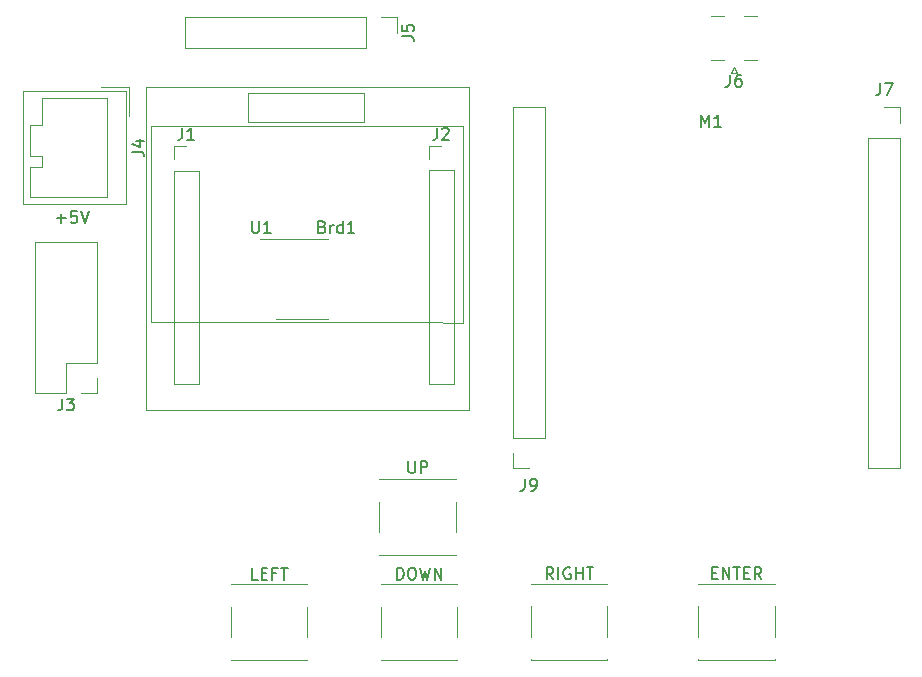
<source format=gbr>
%TF.GenerationSoftware,KiCad,Pcbnew,7.0.9*%
%TF.CreationDate,2025-10-08T14:44:38+03:00*%
%TF.ProjectId,signalgenerator-rounded,7369676e-616c-4676-956e-657261746f72,rev?*%
%TF.SameCoordinates,Original*%
%TF.FileFunction,Legend,Top*%
%TF.FilePolarity,Positive*%
%FSLAX46Y46*%
G04 Gerber Fmt 4.6, Leading zero omitted, Abs format (unit mm)*
G04 Created by KiCad (PCBNEW 7.0.9) date 2025-10-08 14:44:38*
%MOMM*%
%LPD*%
G01*
G04 APERTURE LIST*
%ADD10C,0.150000*%
%ADD11C,0.120000*%
G04 APERTURE END LIST*
D10*
X27133779Y-41144866D02*
X27895684Y-41144866D01*
X27514731Y-41525819D02*
X27514731Y-40763914D01*
X28848064Y-40525819D02*
X28371874Y-40525819D01*
X28371874Y-40525819D02*
X28324255Y-41002009D01*
X28324255Y-41002009D02*
X28371874Y-40954390D01*
X28371874Y-40954390D02*
X28467112Y-40906771D01*
X28467112Y-40906771D02*
X28705207Y-40906771D01*
X28705207Y-40906771D02*
X28800445Y-40954390D01*
X28800445Y-40954390D02*
X28848064Y-41002009D01*
X28848064Y-41002009D02*
X28895683Y-41097247D01*
X28895683Y-41097247D02*
X28895683Y-41335342D01*
X28895683Y-41335342D02*
X28848064Y-41430580D01*
X28848064Y-41430580D02*
X28800445Y-41478200D01*
X28800445Y-41478200D02*
X28705207Y-41525819D01*
X28705207Y-41525819D02*
X28467112Y-41525819D01*
X28467112Y-41525819D02*
X28371874Y-41478200D01*
X28371874Y-41478200D02*
X28324255Y-41430580D01*
X29181398Y-40525819D02*
X29514731Y-41525819D01*
X29514731Y-41525819D02*
X29848064Y-40525819D01*
X43688095Y-41364819D02*
X43688095Y-42174342D01*
X43688095Y-42174342D02*
X43735714Y-42269580D01*
X43735714Y-42269580D02*
X43783333Y-42317200D01*
X43783333Y-42317200D02*
X43878571Y-42364819D01*
X43878571Y-42364819D02*
X44069047Y-42364819D01*
X44069047Y-42364819D02*
X44164285Y-42317200D01*
X44164285Y-42317200D02*
X44211904Y-42269580D01*
X44211904Y-42269580D02*
X44259523Y-42174342D01*
X44259523Y-42174342D02*
X44259523Y-41364819D01*
X45259523Y-42364819D02*
X44688095Y-42364819D01*
X44973809Y-42364819D02*
X44973809Y-41364819D01*
X44973809Y-41364819D02*
X44878571Y-41507676D01*
X44878571Y-41507676D02*
X44783333Y-41602914D01*
X44783333Y-41602914D02*
X44688095Y-41650533D01*
X56394819Y-25733333D02*
X57109104Y-25733333D01*
X57109104Y-25733333D02*
X57251961Y-25780952D01*
X57251961Y-25780952D02*
X57347200Y-25876190D01*
X57347200Y-25876190D02*
X57394819Y-26019047D01*
X57394819Y-26019047D02*
X57394819Y-26114285D01*
X56394819Y-24780952D02*
X56394819Y-25257142D01*
X56394819Y-25257142D02*
X56871009Y-25304761D01*
X56871009Y-25304761D02*
X56823390Y-25257142D01*
X56823390Y-25257142D02*
X56775771Y-25161904D01*
X56775771Y-25161904D02*
X56775771Y-24923809D01*
X56775771Y-24923809D02*
X56823390Y-24828571D01*
X56823390Y-24828571D02*
X56871009Y-24780952D01*
X56871009Y-24780952D02*
X56966247Y-24733333D01*
X56966247Y-24733333D02*
X57204342Y-24733333D01*
X57204342Y-24733333D02*
X57299580Y-24780952D01*
X57299580Y-24780952D02*
X57347200Y-24828571D01*
X57347200Y-24828571D02*
X57394819Y-24923809D01*
X57394819Y-24923809D02*
X57394819Y-25161904D01*
X57394819Y-25161904D02*
X57347200Y-25257142D01*
X57347200Y-25257142D02*
X57299580Y-25304761D01*
X82629071Y-71162009D02*
X82962404Y-71162009D01*
X83105261Y-71685819D02*
X82629071Y-71685819D01*
X82629071Y-71685819D02*
X82629071Y-70685819D01*
X82629071Y-70685819D02*
X83105261Y-70685819D01*
X83533833Y-71685819D02*
X83533833Y-70685819D01*
X83533833Y-70685819D02*
X84105261Y-71685819D01*
X84105261Y-71685819D02*
X84105261Y-70685819D01*
X84438595Y-70685819D02*
X85010023Y-70685819D01*
X84724309Y-71685819D02*
X84724309Y-70685819D01*
X85343357Y-71162009D02*
X85676690Y-71162009D01*
X85819547Y-71685819D02*
X85343357Y-71685819D01*
X85343357Y-71685819D02*
X85343357Y-70685819D01*
X85343357Y-70685819D02*
X85819547Y-70685819D01*
X86819547Y-71685819D02*
X86486214Y-71209628D01*
X86248119Y-71685819D02*
X86248119Y-70685819D01*
X86248119Y-70685819D02*
X86629071Y-70685819D01*
X86629071Y-70685819D02*
X86724309Y-70733438D01*
X86724309Y-70733438D02*
X86771928Y-70781057D01*
X86771928Y-70781057D02*
X86819547Y-70876295D01*
X86819547Y-70876295D02*
X86819547Y-71019152D01*
X86819547Y-71019152D02*
X86771928Y-71114390D01*
X86771928Y-71114390D02*
X86724309Y-71162009D01*
X86724309Y-71162009D02*
X86629071Y-71209628D01*
X86629071Y-71209628D02*
X86248119Y-71209628D01*
X59356666Y-33464819D02*
X59356666Y-34179104D01*
X59356666Y-34179104D02*
X59309047Y-34321961D01*
X59309047Y-34321961D02*
X59213809Y-34417200D01*
X59213809Y-34417200D02*
X59070952Y-34464819D01*
X59070952Y-34464819D02*
X58975714Y-34464819D01*
X59785238Y-33560057D02*
X59832857Y-33512438D01*
X59832857Y-33512438D02*
X59928095Y-33464819D01*
X59928095Y-33464819D02*
X60166190Y-33464819D01*
X60166190Y-33464819D02*
X60261428Y-33512438D01*
X60261428Y-33512438D02*
X60309047Y-33560057D01*
X60309047Y-33560057D02*
X60356666Y-33655295D01*
X60356666Y-33655295D02*
X60356666Y-33750533D01*
X60356666Y-33750533D02*
X60309047Y-33893390D01*
X60309047Y-33893390D02*
X59737619Y-34464819D01*
X59737619Y-34464819D02*
X60356666Y-34464819D01*
X49633333Y-41841009D02*
X49776190Y-41888628D01*
X49776190Y-41888628D02*
X49823809Y-41936247D01*
X49823809Y-41936247D02*
X49871428Y-42031485D01*
X49871428Y-42031485D02*
X49871428Y-42174342D01*
X49871428Y-42174342D02*
X49823809Y-42269580D01*
X49823809Y-42269580D02*
X49776190Y-42317200D01*
X49776190Y-42317200D02*
X49680952Y-42364819D01*
X49680952Y-42364819D02*
X49300000Y-42364819D01*
X49300000Y-42364819D02*
X49300000Y-41364819D01*
X49300000Y-41364819D02*
X49633333Y-41364819D01*
X49633333Y-41364819D02*
X49728571Y-41412438D01*
X49728571Y-41412438D02*
X49776190Y-41460057D01*
X49776190Y-41460057D02*
X49823809Y-41555295D01*
X49823809Y-41555295D02*
X49823809Y-41650533D01*
X49823809Y-41650533D02*
X49776190Y-41745771D01*
X49776190Y-41745771D02*
X49728571Y-41793390D01*
X49728571Y-41793390D02*
X49633333Y-41841009D01*
X49633333Y-41841009D02*
X49300000Y-41841009D01*
X50300000Y-42364819D02*
X50300000Y-41698152D01*
X50300000Y-41888628D02*
X50347619Y-41793390D01*
X50347619Y-41793390D02*
X50395238Y-41745771D01*
X50395238Y-41745771D02*
X50490476Y-41698152D01*
X50490476Y-41698152D02*
X50585714Y-41698152D01*
X51347619Y-42364819D02*
X51347619Y-41364819D01*
X51347619Y-42317200D02*
X51252381Y-42364819D01*
X51252381Y-42364819D02*
X51061905Y-42364819D01*
X51061905Y-42364819D02*
X50966667Y-42317200D01*
X50966667Y-42317200D02*
X50919048Y-42269580D01*
X50919048Y-42269580D02*
X50871429Y-42174342D01*
X50871429Y-42174342D02*
X50871429Y-41888628D01*
X50871429Y-41888628D02*
X50919048Y-41793390D01*
X50919048Y-41793390D02*
X50966667Y-41745771D01*
X50966667Y-41745771D02*
X51061905Y-41698152D01*
X51061905Y-41698152D02*
X51252381Y-41698152D01*
X51252381Y-41698152D02*
X51347619Y-41745771D01*
X52347619Y-42364819D02*
X51776191Y-42364819D01*
X52061905Y-42364819D02*
X52061905Y-41364819D01*
X52061905Y-41364819D02*
X51966667Y-41507676D01*
X51966667Y-41507676D02*
X51871429Y-41602914D01*
X51871429Y-41602914D02*
X51776191Y-41650533D01*
X44178118Y-71715819D02*
X43701928Y-71715819D01*
X43701928Y-71715819D02*
X43701928Y-70715819D01*
X44511452Y-71192009D02*
X44844785Y-71192009D01*
X44987642Y-71715819D02*
X44511452Y-71715819D01*
X44511452Y-71715819D02*
X44511452Y-70715819D01*
X44511452Y-70715819D02*
X44987642Y-70715819D01*
X45749547Y-71192009D02*
X45416214Y-71192009D01*
X45416214Y-71715819D02*
X45416214Y-70715819D01*
X45416214Y-70715819D02*
X45892404Y-70715819D01*
X46130500Y-70715819D02*
X46701928Y-70715819D01*
X46416214Y-71715819D02*
X46416214Y-70715819D01*
X69197166Y-71685819D02*
X68863833Y-71209628D01*
X68625738Y-71685819D02*
X68625738Y-70685819D01*
X68625738Y-70685819D02*
X69006690Y-70685819D01*
X69006690Y-70685819D02*
X69101928Y-70733438D01*
X69101928Y-70733438D02*
X69149547Y-70781057D01*
X69149547Y-70781057D02*
X69197166Y-70876295D01*
X69197166Y-70876295D02*
X69197166Y-71019152D01*
X69197166Y-71019152D02*
X69149547Y-71114390D01*
X69149547Y-71114390D02*
X69101928Y-71162009D01*
X69101928Y-71162009D02*
X69006690Y-71209628D01*
X69006690Y-71209628D02*
X68625738Y-71209628D01*
X69625738Y-71685819D02*
X69625738Y-70685819D01*
X70625737Y-70733438D02*
X70530499Y-70685819D01*
X70530499Y-70685819D02*
X70387642Y-70685819D01*
X70387642Y-70685819D02*
X70244785Y-70733438D01*
X70244785Y-70733438D02*
X70149547Y-70828676D01*
X70149547Y-70828676D02*
X70101928Y-70923914D01*
X70101928Y-70923914D02*
X70054309Y-71114390D01*
X70054309Y-71114390D02*
X70054309Y-71257247D01*
X70054309Y-71257247D02*
X70101928Y-71447723D01*
X70101928Y-71447723D02*
X70149547Y-71542961D01*
X70149547Y-71542961D02*
X70244785Y-71638200D01*
X70244785Y-71638200D02*
X70387642Y-71685819D01*
X70387642Y-71685819D02*
X70482880Y-71685819D01*
X70482880Y-71685819D02*
X70625737Y-71638200D01*
X70625737Y-71638200D02*
X70673356Y-71590580D01*
X70673356Y-71590580D02*
X70673356Y-71257247D01*
X70673356Y-71257247D02*
X70482880Y-71257247D01*
X71101928Y-71685819D02*
X71101928Y-70685819D01*
X71101928Y-71162009D02*
X71673356Y-71162009D01*
X71673356Y-71685819D02*
X71673356Y-70685819D01*
X72006690Y-70685819D02*
X72578118Y-70685819D01*
X72292404Y-71685819D02*
X72292404Y-70685819D01*
X84152666Y-28989819D02*
X84152666Y-29704104D01*
X84152666Y-29704104D02*
X84105047Y-29846961D01*
X84105047Y-29846961D02*
X84009809Y-29942200D01*
X84009809Y-29942200D02*
X83866952Y-29989819D01*
X83866952Y-29989819D02*
X83771714Y-29989819D01*
X85057428Y-28989819D02*
X84866952Y-28989819D01*
X84866952Y-28989819D02*
X84771714Y-29037438D01*
X84771714Y-29037438D02*
X84724095Y-29085057D01*
X84724095Y-29085057D02*
X84628857Y-29227914D01*
X84628857Y-29227914D02*
X84581238Y-29418390D01*
X84581238Y-29418390D02*
X84581238Y-29799342D01*
X84581238Y-29799342D02*
X84628857Y-29894580D01*
X84628857Y-29894580D02*
X84676476Y-29942200D01*
X84676476Y-29942200D02*
X84771714Y-29989819D01*
X84771714Y-29989819D02*
X84962190Y-29989819D01*
X84962190Y-29989819D02*
X85057428Y-29942200D01*
X85057428Y-29942200D02*
X85105047Y-29894580D01*
X85105047Y-29894580D02*
X85152666Y-29799342D01*
X85152666Y-29799342D02*
X85152666Y-29561247D01*
X85152666Y-29561247D02*
X85105047Y-29466009D01*
X85105047Y-29466009D02*
X85057428Y-29418390D01*
X85057428Y-29418390D02*
X84962190Y-29370771D01*
X84962190Y-29370771D02*
X84771714Y-29370771D01*
X84771714Y-29370771D02*
X84676476Y-29418390D01*
X84676476Y-29418390D02*
X84628857Y-29466009D01*
X84628857Y-29466009D02*
X84581238Y-29561247D01*
X56917786Y-61684819D02*
X56917786Y-62494342D01*
X56917786Y-62494342D02*
X56965405Y-62589580D01*
X56965405Y-62589580D02*
X57013024Y-62637200D01*
X57013024Y-62637200D02*
X57108262Y-62684819D01*
X57108262Y-62684819D02*
X57298738Y-62684819D01*
X57298738Y-62684819D02*
X57393976Y-62637200D01*
X57393976Y-62637200D02*
X57441595Y-62589580D01*
X57441595Y-62589580D02*
X57489214Y-62494342D01*
X57489214Y-62494342D02*
X57489214Y-61684819D01*
X57965405Y-62684819D02*
X57965405Y-61684819D01*
X57965405Y-61684819D02*
X58346357Y-61684819D01*
X58346357Y-61684819D02*
X58441595Y-61732438D01*
X58441595Y-61732438D02*
X58489214Y-61780057D01*
X58489214Y-61780057D02*
X58536833Y-61875295D01*
X58536833Y-61875295D02*
X58536833Y-62018152D01*
X58536833Y-62018152D02*
X58489214Y-62113390D01*
X58489214Y-62113390D02*
X58441595Y-62161009D01*
X58441595Y-62161009D02*
X58346357Y-62208628D01*
X58346357Y-62208628D02*
X57965405Y-62208628D01*
X27606666Y-56394819D02*
X27606666Y-57109104D01*
X27606666Y-57109104D02*
X27559047Y-57251961D01*
X27559047Y-57251961D02*
X27463809Y-57347200D01*
X27463809Y-57347200D02*
X27320952Y-57394819D01*
X27320952Y-57394819D02*
X27225714Y-57394819D01*
X27987619Y-56394819D02*
X28606666Y-56394819D01*
X28606666Y-56394819D02*
X28273333Y-56775771D01*
X28273333Y-56775771D02*
X28416190Y-56775771D01*
X28416190Y-56775771D02*
X28511428Y-56823390D01*
X28511428Y-56823390D02*
X28559047Y-56871009D01*
X28559047Y-56871009D02*
X28606666Y-56966247D01*
X28606666Y-56966247D02*
X28606666Y-57204342D01*
X28606666Y-57204342D02*
X28559047Y-57299580D01*
X28559047Y-57299580D02*
X28511428Y-57347200D01*
X28511428Y-57347200D02*
X28416190Y-57394819D01*
X28416190Y-57394819D02*
X28130476Y-57394819D01*
X28130476Y-57394819D02*
X28035238Y-57347200D01*
X28035238Y-57347200D02*
X27987619Y-57299580D01*
X96867166Y-29704819D02*
X96867166Y-30419104D01*
X96867166Y-30419104D02*
X96819547Y-30561961D01*
X96819547Y-30561961D02*
X96724309Y-30657200D01*
X96724309Y-30657200D02*
X96581452Y-30704819D01*
X96581452Y-30704819D02*
X96486214Y-30704819D01*
X97248119Y-29704819D02*
X97914785Y-29704819D01*
X97914785Y-29704819D02*
X97486214Y-30704819D01*
X55949548Y-71715819D02*
X55949548Y-70715819D01*
X55949548Y-70715819D02*
X56187643Y-70715819D01*
X56187643Y-70715819D02*
X56330500Y-70763438D01*
X56330500Y-70763438D02*
X56425738Y-70858676D01*
X56425738Y-70858676D02*
X56473357Y-70953914D01*
X56473357Y-70953914D02*
X56520976Y-71144390D01*
X56520976Y-71144390D02*
X56520976Y-71287247D01*
X56520976Y-71287247D02*
X56473357Y-71477723D01*
X56473357Y-71477723D02*
X56425738Y-71572961D01*
X56425738Y-71572961D02*
X56330500Y-71668200D01*
X56330500Y-71668200D02*
X56187643Y-71715819D01*
X56187643Y-71715819D02*
X55949548Y-71715819D01*
X57140024Y-70715819D02*
X57330500Y-70715819D01*
X57330500Y-70715819D02*
X57425738Y-70763438D01*
X57425738Y-70763438D02*
X57520976Y-70858676D01*
X57520976Y-70858676D02*
X57568595Y-71049152D01*
X57568595Y-71049152D02*
X57568595Y-71382485D01*
X57568595Y-71382485D02*
X57520976Y-71572961D01*
X57520976Y-71572961D02*
X57425738Y-71668200D01*
X57425738Y-71668200D02*
X57330500Y-71715819D01*
X57330500Y-71715819D02*
X57140024Y-71715819D01*
X57140024Y-71715819D02*
X57044786Y-71668200D01*
X57044786Y-71668200D02*
X56949548Y-71572961D01*
X56949548Y-71572961D02*
X56901929Y-71382485D01*
X56901929Y-71382485D02*
X56901929Y-71049152D01*
X56901929Y-71049152D02*
X56949548Y-70858676D01*
X56949548Y-70858676D02*
X57044786Y-70763438D01*
X57044786Y-70763438D02*
X57140024Y-70715819D01*
X57901929Y-70715819D02*
X58140024Y-71715819D01*
X58140024Y-71715819D02*
X58330500Y-71001533D01*
X58330500Y-71001533D02*
X58520976Y-71715819D01*
X58520976Y-71715819D02*
X58759072Y-70715819D01*
X59140024Y-71715819D02*
X59140024Y-70715819D01*
X59140024Y-70715819D02*
X59711452Y-71715819D01*
X59711452Y-71715819D02*
X59711452Y-70715819D01*
X33532219Y-35481933D02*
X34246504Y-35481933D01*
X34246504Y-35481933D02*
X34389361Y-35529552D01*
X34389361Y-35529552D02*
X34484600Y-35624790D01*
X34484600Y-35624790D02*
X34532219Y-35767647D01*
X34532219Y-35767647D02*
X34532219Y-35862885D01*
X33865552Y-34577171D02*
X34532219Y-34577171D01*
X33484600Y-34815266D02*
X34198885Y-35053361D01*
X34198885Y-35053361D02*
X34198885Y-34434314D01*
X81740476Y-33364819D02*
X81740476Y-32364819D01*
X81740476Y-32364819D02*
X82073809Y-33079104D01*
X82073809Y-33079104D02*
X82407142Y-32364819D01*
X82407142Y-32364819D02*
X82407142Y-33364819D01*
X83407142Y-33364819D02*
X82835714Y-33364819D01*
X83121428Y-33364819D02*
X83121428Y-32364819D01*
X83121428Y-32364819D02*
X83026190Y-32507676D01*
X83026190Y-32507676D02*
X82930952Y-32602914D01*
X82930952Y-32602914D02*
X82835714Y-32650533D01*
X37766666Y-33494819D02*
X37766666Y-34209104D01*
X37766666Y-34209104D02*
X37719047Y-34351961D01*
X37719047Y-34351961D02*
X37623809Y-34447200D01*
X37623809Y-34447200D02*
X37480952Y-34494819D01*
X37480952Y-34494819D02*
X37385714Y-34494819D01*
X38766666Y-34494819D02*
X38195238Y-34494819D01*
X38480952Y-34494819D02*
X38480952Y-33494819D01*
X38480952Y-33494819D02*
X38385714Y-33637676D01*
X38385714Y-33637676D02*
X38290476Y-33732914D01*
X38290476Y-33732914D02*
X38195238Y-33780533D01*
X66788166Y-63184819D02*
X66788166Y-63899104D01*
X66788166Y-63899104D02*
X66740547Y-64041961D01*
X66740547Y-64041961D02*
X66645309Y-64137200D01*
X66645309Y-64137200D02*
X66502452Y-64184819D01*
X66502452Y-64184819D02*
X66407214Y-64184819D01*
X67311976Y-64184819D02*
X67502452Y-64184819D01*
X67502452Y-64184819D02*
X67597690Y-64137200D01*
X67597690Y-64137200D02*
X67645309Y-64089580D01*
X67645309Y-64089580D02*
X67740547Y-63946723D01*
X67740547Y-63946723D02*
X67788166Y-63756247D01*
X67788166Y-63756247D02*
X67788166Y-63375295D01*
X67788166Y-63375295D02*
X67740547Y-63280057D01*
X67740547Y-63280057D02*
X67692928Y-63232438D01*
X67692928Y-63232438D02*
X67597690Y-63184819D01*
X67597690Y-63184819D02*
X67407214Y-63184819D01*
X67407214Y-63184819D02*
X67311976Y-63232438D01*
X67311976Y-63232438D02*
X67264357Y-63280057D01*
X67264357Y-63280057D02*
X67216738Y-63375295D01*
X67216738Y-63375295D02*
X67216738Y-63613390D01*
X67216738Y-63613390D02*
X67264357Y-63708628D01*
X67264357Y-63708628D02*
X67311976Y-63756247D01*
X67311976Y-63756247D02*
X67407214Y-63803866D01*
X67407214Y-63803866D02*
X67597690Y-63803866D01*
X67597690Y-63803866D02*
X67692928Y-63756247D01*
X67692928Y-63756247D02*
X67740547Y-63708628D01*
X67740547Y-63708628D02*
X67788166Y-63613390D01*
D11*
%TO.C,U1*%
X47937500Y-42918600D02*
X44337500Y-42918600D01*
X47937500Y-42918600D02*
X50137500Y-42918600D01*
X47937500Y-49688600D02*
X45737500Y-49688600D01*
X47937500Y-49688600D02*
X50137500Y-49688600D01*
%TO.C,J5*%
X55940000Y-24070000D02*
X55940000Y-25400000D01*
X54610000Y-24070000D02*
X55940000Y-24070000D01*
X53340000Y-24070000D02*
X38040000Y-24070000D01*
X53340000Y-24070000D02*
X53340000Y-26730000D01*
X38040000Y-24070000D02*
X38040000Y-26730000D01*
X53340000Y-26730000D02*
X38040000Y-26730000D01*
%TO.C,ENTER*%
X81470500Y-72051000D02*
X87930500Y-72051000D01*
X81470500Y-72081000D02*
X81470500Y-72051000D01*
X81470500Y-73981000D02*
X81470500Y-76581000D01*
X81470500Y-78511000D02*
X81470500Y-78481000D01*
X81470500Y-78511000D02*
X87930500Y-78511000D01*
X87930500Y-72051000D02*
X87930500Y-72081000D01*
X87930500Y-73981000D02*
X87930500Y-76581000D01*
X87930500Y-78511000D02*
X87930500Y-78481000D01*
%TO.C,J2*%
X58630000Y-35010000D02*
X59690000Y-35010000D01*
X58630000Y-36070000D02*
X58630000Y-35010000D01*
X58630000Y-37070000D02*
X58630000Y-55130000D01*
X58630000Y-37070000D02*
X60750000Y-37070000D01*
X58630000Y-55130000D02*
X60750000Y-55130000D01*
X60750000Y-37070000D02*
X60750000Y-55130000D01*
%TO.C,Brd1*%
X34670000Y-30050000D02*
X62070000Y-30050000D01*
X34670000Y-57350000D02*
X34670000Y-30050000D01*
X35092000Y-33345000D02*
X58192000Y-33345000D01*
X35092000Y-49945000D02*
X35092000Y-33345000D01*
X43371000Y-30539000D02*
X43371000Y-32952000D01*
X43371000Y-30539000D02*
X53150000Y-30539000D01*
X53150000Y-30539000D02*
X53150000Y-32952000D01*
X53150000Y-32952000D02*
X43371000Y-32952000D01*
X58192000Y-33345000D02*
X61278000Y-33345000D01*
X58192000Y-49945000D02*
X35092000Y-49945000D01*
X58192000Y-49945000D02*
X61532000Y-49970000D01*
X61532000Y-33333000D02*
X61278000Y-33345000D01*
X61532000Y-49970000D02*
X61532000Y-33333000D01*
X62070000Y-30050000D02*
X62070000Y-57350000D01*
X62070000Y-57350000D02*
X34670000Y-57350000D01*
%TO.C,LEFT*%
X41900500Y-72081000D02*
X48360500Y-72081000D01*
X41900500Y-72111000D02*
X41900500Y-72081000D01*
X41900500Y-74011000D02*
X41900500Y-76611000D01*
X41900500Y-78541000D02*
X41900500Y-78511000D01*
X41900500Y-78541000D02*
X48360500Y-78541000D01*
X48360500Y-72081000D02*
X48360500Y-72111000D01*
X48360500Y-74011000D02*
X48360500Y-76611000D01*
X48360500Y-78541000D02*
X48360500Y-78511000D01*
%TO.C,RIGHT*%
X67300500Y-72051000D02*
X73760500Y-72051000D01*
X67300500Y-72081000D02*
X67300500Y-72051000D01*
X67300500Y-73981000D02*
X67300500Y-76581000D01*
X67300500Y-78511000D02*
X67300500Y-78481000D01*
X67300500Y-78511000D02*
X73760500Y-78511000D01*
X73760500Y-72051000D02*
X73760500Y-72081000D01*
X73760500Y-73981000D02*
X73760500Y-76581000D01*
X73760500Y-78511000D02*
X73760500Y-78481000D01*
%TO.C,J6*%
X86436000Y-27745000D02*
X85326000Y-27745000D01*
X86436000Y-24035000D02*
X85326000Y-24035000D01*
X84736000Y-28795000D02*
X84486000Y-28295000D01*
X84486000Y-28295000D02*
X84236000Y-28795000D01*
X84236000Y-28795000D02*
X84736000Y-28795000D01*
X83646000Y-27745000D02*
X82536000Y-27745000D01*
X83646000Y-24035000D02*
X82536000Y-24035000D01*
%TO.C,UP*%
X60933500Y-69651000D02*
X54473500Y-69651000D01*
X60933500Y-69621000D02*
X60933500Y-69651000D01*
X60933500Y-67721000D02*
X60933500Y-65121000D01*
X60933500Y-63191000D02*
X60933500Y-63221000D01*
X60933500Y-63191000D02*
X54473500Y-63191000D01*
X54473500Y-69651000D02*
X54473500Y-69621000D01*
X54473500Y-67721000D02*
X54473500Y-65121000D01*
X54473500Y-63191000D02*
X54473500Y-63221000D01*
%TO.C,J3*%
X30540000Y-55940000D02*
X29210000Y-55940000D01*
X30540000Y-54610000D02*
X30540000Y-55940000D01*
X30540000Y-53340000D02*
X30540000Y-43120000D01*
X30540000Y-53340000D02*
X27940000Y-53340000D01*
X30540000Y-43120000D02*
X25340000Y-43120000D01*
X27940000Y-55940000D02*
X25340000Y-55940000D01*
X27940000Y-53340000D02*
X27940000Y-55940000D01*
X25340000Y-55940000D02*
X25340000Y-43120000D01*
%TO.C,J7*%
X95870500Y-34290000D02*
X95870500Y-62290000D01*
X95870500Y-34290000D02*
X98530500Y-34290000D01*
X95870500Y-62290000D02*
X98530500Y-62290000D01*
X97200500Y-31690000D02*
X98530500Y-31690000D01*
X98530500Y-31690000D02*
X98530500Y-33020000D01*
X98530500Y-34290000D02*
X98530500Y-62290000D01*
%TO.C,DOWN*%
X54600500Y-72081000D02*
X61060500Y-72081000D01*
X54600500Y-72111000D02*
X54600500Y-72081000D01*
X54600500Y-74011000D02*
X54600500Y-76611000D01*
X54600500Y-78541000D02*
X54600500Y-78511000D01*
X54600500Y-78541000D02*
X61060500Y-78541000D01*
X61060500Y-72081000D02*
X61060500Y-72111000D01*
X61060500Y-74011000D02*
X61060500Y-76611000D01*
X61060500Y-78541000D02*
X61060500Y-78511000D01*
%TO.C,J4*%
X33287400Y-30038600D02*
X33287400Y-32448600D01*
X30877400Y-30038600D02*
X33287400Y-30038600D01*
X32987400Y-30338600D02*
X24267400Y-30338600D01*
X24267400Y-30338600D02*
X24267400Y-39958600D01*
X31377400Y-30948600D02*
X25877400Y-30948600D01*
X25877400Y-30948600D02*
X25877400Y-33248600D01*
X25877400Y-33248600D02*
X24877400Y-33248600D01*
X24877400Y-33248600D02*
X24877400Y-35848600D01*
X25877400Y-35848600D02*
X25877400Y-36748600D01*
X24877400Y-35848600D02*
X25877400Y-35848600D01*
X25877400Y-36748600D02*
X24877400Y-36748600D01*
X24877400Y-36748600D02*
X24877400Y-39348600D01*
X31377400Y-39348600D02*
X31377400Y-30948600D01*
X24877400Y-39348600D02*
X31377400Y-39348600D01*
X32987400Y-39958600D02*
X32987400Y-30338600D01*
X24267400Y-39958600D02*
X32987400Y-39958600D01*
%TO.C,J1*%
X37040000Y-35040000D02*
X38100000Y-35040000D01*
X37040000Y-36100000D02*
X37040000Y-35040000D01*
X37040000Y-37100000D02*
X37040000Y-55160000D01*
X37040000Y-37100000D02*
X39160000Y-37100000D01*
X37040000Y-55160000D02*
X39160000Y-55160000D01*
X39160000Y-37100000D02*
X39160000Y-55160000D01*
%TO.C,J9*%
X68451500Y-59690000D02*
X68451500Y-31690000D01*
X68451500Y-59690000D02*
X65791500Y-59690000D01*
X68451500Y-31690000D02*
X65791500Y-31690000D01*
X67121500Y-62290000D02*
X65791500Y-62290000D01*
X65791500Y-62290000D02*
X65791500Y-60960000D01*
X65791500Y-59690000D02*
X65791500Y-31690000D01*
%TD*%
M02*

</source>
